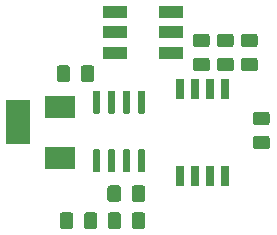
<source format=gbr>
G04 #@! TF.GenerationSoftware,KiCad,Pcbnew,(5.1.5)-3*
G04 #@! TF.CreationDate,2020-12-31T17:50:50-05:00*
G04 #@! TF.ProjectId,Ring Watch V1,52696e67-2057-4617-9463-682056312e6b,rev?*
G04 #@! TF.SameCoordinates,Original*
G04 #@! TF.FileFunction,Paste,Top*
G04 #@! TF.FilePolarity,Positive*
%FSLAX46Y46*%
G04 Gerber Fmt 4.6, Leading zero omitted, Abs format (unit mm)*
G04 Created by KiCad (PCBNEW (5.1.5)-3) date 2020-12-31 17:50:50*
%MOMM*%
%LPD*%
G04 APERTURE LIST*
%ADD10C,0.100000*%
%ADD11R,0.650000X1.700000*%
%ADD12R,2.000000X1.100000*%
%ADD13R,2.600000X1.900000*%
%ADD14R,2.000000X3.800000*%
G04 APERTURE END LIST*
D10*
G36*
X96352505Y-115887204D02*
G01*
X96376773Y-115890804D01*
X96400572Y-115896765D01*
X96423671Y-115905030D01*
X96445850Y-115915520D01*
X96466893Y-115928132D01*
X96486599Y-115942747D01*
X96504777Y-115959223D01*
X96521253Y-115977401D01*
X96535868Y-115997107D01*
X96548480Y-116018150D01*
X96558970Y-116040329D01*
X96567235Y-116063428D01*
X96573196Y-116087227D01*
X96576796Y-116111495D01*
X96578000Y-116135999D01*
X96578000Y-117036001D01*
X96576796Y-117060505D01*
X96573196Y-117084773D01*
X96567235Y-117108572D01*
X96558970Y-117131671D01*
X96548480Y-117153850D01*
X96535868Y-117174893D01*
X96521253Y-117194599D01*
X96504777Y-117212777D01*
X96486599Y-117229253D01*
X96466893Y-117243868D01*
X96445850Y-117256480D01*
X96423671Y-117266970D01*
X96400572Y-117275235D01*
X96376773Y-117281196D01*
X96352505Y-117284796D01*
X96328001Y-117286000D01*
X95677999Y-117286000D01*
X95653495Y-117284796D01*
X95629227Y-117281196D01*
X95605428Y-117275235D01*
X95582329Y-117266970D01*
X95560150Y-117256480D01*
X95539107Y-117243868D01*
X95519401Y-117229253D01*
X95501223Y-117212777D01*
X95484747Y-117194599D01*
X95470132Y-117174893D01*
X95457520Y-117153850D01*
X95447030Y-117131671D01*
X95438765Y-117108572D01*
X95432804Y-117084773D01*
X95429204Y-117060505D01*
X95428000Y-117036001D01*
X95428000Y-116135999D01*
X95429204Y-116111495D01*
X95432804Y-116087227D01*
X95438765Y-116063428D01*
X95447030Y-116040329D01*
X95457520Y-116018150D01*
X95470132Y-115997107D01*
X95484747Y-115977401D01*
X95501223Y-115959223D01*
X95519401Y-115942747D01*
X95539107Y-115928132D01*
X95560150Y-115915520D01*
X95582329Y-115905030D01*
X95605428Y-115896765D01*
X95629227Y-115890804D01*
X95653495Y-115887204D01*
X95677999Y-115886000D01*
X96328001Y-115886000D01*
X96352505Y-115887204D01*
G37*
G36*
X98402505Y-115887204D02*
G01*
X98426773Y-115890804D01*
X98450572Y-115896765D01*
X98473671Y-115905030D01*
X98495850Y-115915520D01*
X98516893Y-115928132D01*
X98536599Y-115942747D01*
X98554777Y-115959223D01*
X98571253Y-115977401D01*
X98585868Y-115997107D01*
X98598480Y-116018150D01*
X98608970Y-116040329D01*
X98617235Y-116063428D01*
X98623196Y-116087227D01*
X98626796Y-116111495D01*
X98628000Y-116135999D01*
X98628000Y-117036001D01*
X98626796Y-117060505D01*
X98623196Y-117084773D01*
X98617235Y-117108572D01*
X98608970Y-117131671D01*
X98598480Y-117153850D01*
X98585868Y-117174893D01*
X98571253Y-117194599D01*
X98554777Y-117212777D01*
X98536599Y-117229253D01*
X98516893Y-117243868D01*
X98495850Y-117256480D01*
X98473671Y-117266970D01*
X98450572Y-117275235D01*
X98426773Y-117281196D01*
X98402505Y-117284796D01*
X98378001Y-117286000D01*
X97727999Y-117286000D01*
X97703495Y-117284796D01*
X97679227Y-117281196D01*
X97655428Y-117275235D01*
X97632329Y-117266970D01*
X97610150Y-117256480D01*
X97589107Y-117243868D01*
X97569401Y-117229253D01*
X97551223Y-117212777D01*
X97534747Y-117194599D01*
X97520132Y-117174893D01*
X97507520Y-117153850D01*
X97497030Y-117131671D01*
X97488765Y-117108572D01*
X97482804Y-117084773D01*
X97479204Y-117060505D01*
X97478000Y-117036001D01*
X97478000Y-116135999D01*
X97479204Y-116111495D01*
X97482804Y-116087227D01*
X97488765Y-116063428D01*
X97497030Y-116040329D01*
X97507520Y-116018150D01*
X97520132Y-115997107D01*
X97534747Y-115977401D01*
X97551223Y-115959223D01*
X97569401Y-115942747D01*
X97589107Y-115928132D01*
X97610150Y-115915520D01*
X97632329Y-115905030D01*
X97655428Y-115896765D01*
X97679227Y-115890804D01*
X97703495Y-115887204D01*
X97727999Y-115886000D01*
X98378001Y-115886000D01*
X98402505Y-115887204D01*
G37*
G36*
X92297505Y-115887204D02*
G01*
X92321773Y-115890804D01*
X92345572Y-115896765D01*
X92368671Y-115905030D01*
X92390850Y-115915520D01*
X92411893Y-115928132D01*
X92431599Y-115942747D01*
X92449777Y-115959223D01*
X92466253Y-115977401D01*
X92480868Y-115997107D01*
X92493480Y-116018150D01*
X92503970Y-116040329D01*
X92512235Y-116063428D01*
X92518196Y-116087227D01*
X92521796Y-116111495D01*
X92523000Y-116135999D01*
X92523000Y-117036001D01*
X92521796Y-117060505D01*
X92518196Y-117084773D01*
X92512235Y-117108572D01*
X92503970Y-117131671D01*
X92493480Y-117153850D01*
X92480868Y-117174893D01*
X92466253Y-117194599D01*
X92449777Y-117212777D01*
X92431599Y-117229253D01*
X92411893Y-117243868D01*
X92390850Y-117256480D01*
X92368671Y-117266970D01*
X92345572Y-117275235D01*
X92321773Y-117281196D01*
X92297505Y-117284796D01*
X92273001Y-117286000D01*
X91622999Y-117286000D01*
X91598495Y-117284796D01*
X91574227Y-117281196D01*
X91550428Y-117275235D01*
X91527329Y-117266970D01*
X91505150Y-117256480D01*
X91484107Y-117243868D01*
X91464401Y-117229253D01*
X91446223Y-117212777D01*
X91429747Y-117194599D01*
X91415132Y-117174893D01*
X91402520Y-117153850D01*
X91392030Y-117131671D01*
X91383765Y-117108572D01*
X91377804Y-117084773D01*
X91374204Y-117060505D01*
X91373000Y-117036001D01*
X91373000Y-116135999D01*
X91374204Y-116111495D01*
X91377804Y-116087227D01*
X91383765Y-116063428D01*
X91392030Y-116040329D01*
X91402520Y-116018150D01*
X91415132Y-115997107D01*
X91429747Y-115977401D01*
X91446223Y-115959223D01*
X91464401Y-115942747D01*
X91484107Y-115928132D01*
X91505150Y-115915520D01*
X91527329Y-115905030D01*
X91550428Y-115896765D01*
X91574227Y-115890804D01*
X91598495Y-115887204D01*
X91622999Y-115886000D01*
X92273001Y-115886000D01*
X92297505Y-115887204D01*
G37*
G36*
X94347505Y-115887204D02*
G01*
X94371773Y-115890804D01*
X94395572Y-115896765D01*
X94418671Y-115905030D01*
X94440850Y-115915520D01*
X94461893Y-115928132D01*
X94481599Y-115942747D01*
X94499777Y-115959223D01*
X94516253Y-115977401D01*
X94530868Y-115997107D01*
X94543480Y-116018150D01*
X94553970Y-116040329D01*
X94562235Y-116063428D01*
X94568196Y-116087227D01*
X94571796Y-116111495D01*
X94573000Y-116135999D01*
X94573000Y-117036001D01*
X94571796Y-117060505D01*
X94568196Y-117084773D01*
X94562235Y-117108572D01*
X94553970Y-117131671D01*
X94543480Y-117153850D01*
X94530868Y-117174893D01*
X94516253Y-117194599D01*
X94499777Y-117212777D01*
X94481599Y-117229253D01*
X94461893Y-117243868D01*
X94440850Y-117256480D01*
X94418671Y-117266970D01*
X94395572Y-117275235D01*
X94371773Y-117281196D01*
X94347505Y-117284796D01*
X94323001Y-117286000D01*
X93672999Y-117286000D01*
X93648495Y-117284796D01*
X93624227Y-117281196D01*
X93600428Y-117275235D01*
X93577329Y-117266970D01*
X93555150Y-117256480D01*
X93534107Y-117243868D01*
X93514401Y-117229253D01*
X93496223Y-117212777D01*
X93479747Y-117194599D01*
X93465132Y-117174893D01*
X93452520Y-117153850D01*
X93442030Y-117131671D01*
X93433765Y-117108572D01*
X93427804Y-117084773D01*
X93424204Y-117060505D01*
X93423000Y-117036001D01*
X93423000Y-116135999D01*
X93424204Y-116111495D01*
X93427804Y-116087227D01*
X93433765Y-116063428D01*
X93442030Y-116040329D01*
X93452520Y-116018150D01*
X93465132Y-115997107D01*
X93479747Y-115977401D01*
X93496223Y-115959223D01*
X93514401Y-115942747D01*
X93534107Y-115928132D01*
X93555150Y-115915520D01*
X93577329Y-115905030D01*
X93600428Y-115896765D01*
X93624227Y-115890804D01*
X93648495Y-115887204D01*
X93672999Y-115886000D01*
X94323001Y-115886000D01*
X94347505Y-115887204D01*
G37*
G36*
X92034505Y-103441204D02*
G01*
X92058773Y-103444804D01*
X92082572Y-103450765D01*
X92105671Y-103459030D01*
X92127850Y-103469520D01*
X92148893Y-103482132D01*
X92168599Y-103496747D01*
X92186777Y-103513223D01*
X92203253Y-103531401D01*
X92217868Y-103551107D01*
X92230480Y-103572150D01*
X92240970Y-103594329D01*
X92249235Y-103617428D01*
X92255196Y-103641227D01*
X92258796Y-103665495D01*
X92260000Y-103689999D01*
X92260000Y-104590001D01*
X92258796Y-104614505D01*
X92255196Y-104638773D01*
X92249235Y-104662572D01*
X92240970Y-104685671D01*
X92230480Y-104707850D01*
X92217868Y-104728893D01*
X92203253Y-104748599D01*
X92186777Y-104766777D01*
X92168599Y-104783253D01*
X92148893Y-104797868D01*
X92127850Y-104810480D01*
X92105671Y-104820970D01*
X92082572Y-104829235D01*
X92058773Y-104835196D01*
X92034505Y-104838796D01*
X92010001Y-104840000D01*
X91359999Y-104840000D01*
X91335495Y-104838796D01*
X91311227Y-104835196D01*
X91287428Y-104829235D01*
X91264329Y-104820970D01*
X91242150Y-104810480D01*
X91221107Y-104797868D01*
X91201401Y-104783253D01*
X91183223Y-104766777D01*
X91166747Y-104748599D01*
X91152132Y-104728893D01*
X91139520Y-104707850D01*
X91129030Y-104685671D01*
X91120765Y-104662572D01*
X91114804Y-104638773D01*
X91111204Y-104614505D01*
X91110000Y-104590001D01*
X91110000Y-103689999D01*
X91111204Y-103665495D01*
X91114804Y-103641227D01*
X91120765Y-103617428D01*
X91129030Y-103594329D01*
X91139520Y-103572150D01*
X91152132Y-103551107D01*
X91166747Y-103531401D01*
X91183223Y-103513223D01*
X91201401Y-103496747D01*
X91221107Y-103482132D01*
X91242150Y-103469520D01*
X91264329Y-103459030D01*
X91287428Y-103450765D01*
X91311227Y-103444804D01*
X91335495Y-103441204D01*
X91359999Y-103440000D01*
X92010001Y-103440000D01*
X92034505Y-103441204D01*
G37*
G36*
X94084505Y-103441204D02*
G01*
X94108773Y-103444804D01*
X94132572Y-103450765D01*
X94155671Y-103459030D01*
X94177850Y-103469520D01*
X94198893Y-103482132D01*
X94218599Y-103496747D01*
X94236777Y-103513223D01*
X94253253Y-103531401D01*
X94267868Y-103551107D01*
X94280480Y-103572150D01*
X94290970Y-103594329D01*
X94299235Y-103617428D01*
X94305196Y-103641227D01*
X94308796Y-103665495D01*
X94310000Y-103689999D01*
X94310000Y-104590001D01*
X94308796Y-104614505D01*
X94305196Y-104638773D01*
X94299235Y-104662572D01*
X94290970Y-104685671D01*
X94280480Y-104707850D01*
X94267868Y-104728893D01*
X94253253Y-104748599D01*
X94236777Y-104766777D01*
X94218599Y-104783253D01*
X94198893Y-104797868D01*
X94177850Y-104810480D01*
X94155671Y-104820970D01*
X94132572Y-104829235D01*
X94108773Y-104835196D01*
X94084505Y-104838796D01*
X94060001Y-104840000D01*
X93409999Y-104840000D01*
X93385495Y-104838796D01*
X93361227Y-104835196D01*
X93337428Y-104829235D01*
X93314329Y-104820970D01*
X93292150Y-104810480D01*
X93271107Y-104797868D01*
X93251401Y-104783253D01*
X93233223Y-104766777D01*
X93216747Y-104748599D01*
X93202132Y-104728893D01*
X93189520Y-104707850D01*
X93179030Y-104685671D01*
X93170765Y-104662572D01*
X93164804Y-104638773D01*
X93161204Y-104614505D01*
X93160000Y-104590001D01*
X93160000Y-103689999D01*
X93161204Y-103665495D01*
X93164804Y-103641227D01*
X93170765Y-103617428D01*
X93179030Y-103594329D01*
X93189520Y-103572150D01*
X93202132Y-103551107D01*
X93216747Y-103531401D01*
X93233223Y-103513223D01*
X93251401Y-103496747D01*
X93271107Y-103482132D01*
X93292150Y-103469520D01*
X93314329Y-103459030D01*
X93337428Y-103450765D01*
X93361227Y-103444804D01*
X93385495Y-103441204D01*
X93409999Y-103440000D01*
X94060001Y-103440000D01*
X94084505Y-103441204D01*
G37*
G36*
X94652703Y-110531722D02*
G01*
X94667264Y-110533882D01*
X94681543Y-110537459D01*
X94695403Y-110542418D01*
X94708710Y-110548712D01*
X94721336Y-110556280D01*
X94733159Y-110565048D01*
X94744066Y-110574934D01*
X94753952Y-110585841D01*
X94762720Y-110597664D01*
X94770288Y-110610290D01*
X94776582Y-110623597D01*
X94781541Y-110637457D01*
X94785118Y-110651736D01*
X94787278Y-110666297D01*
X94788000Y-110681000D01*
X94788000Y-112331000D01*
X94787278Y-112345703D01*
X94785118Y-112360264D01*
X94781541Y-112374543D01*
X94776582Y-112388403D01*
X94770288Y-112401710D01*
X94762720Y-112414336D01*
X94753952Y-112426159D01*
X94744066Y-112437066D01*
X94733159Y-112446952D01*
X94721336Y-112455720D01*
X94708710Y-112463288D01*
X94695403Y-112469582D01*
X94681543Y-112474541D01*
X94667264Y-112478118D01*
X94652703Y-112480278D01*
X94638000Y-112481000D01*
X94338000Y-112481000D01*
X94323297Y-112480278D01*
X94308736Y-112478118D01*
X94294457Y-112474541D01*
X94280597Y-112469582D01*
X94267290Y-112463288D01*
X94254664Y-112455720D01*
X94242841Y-112446952D01*
X94231934Y-112437066D01*
X94222048Y-112426159D01*
X94213280Y-112414336D01*
X94205712Y-112401710D01*
X94199418Y-112388403D01*
X94194459Y-112374543D01*
X94190882Y-112360264D01*
X94188722Y-112345703D01*
X94188000Y-112331000D01*
X94188000Y-110681000D01*
X94188722Y-110666297D01*
X94190882Y-110651736D01*
X94194459Y-110637457D01*
X94199418Y-110623597D01*
X94205712Y-110610290D01*
X94213280Y-110597664D01*
X94222048Y-110585841D01*
X94231934Y-110574934D01*
X94242841Y-110565048D01*
X94254664Y-110556280D01*
X94267290Y-110548712D01*
X94280597Y-110542418D01*
X94294457Y-110537459D01*
X94308736Y-110533882D01*
X94323297Y-110531722D01*
X94338000Y-110531000D01*
X94638000Y-110531000D01*
X94652703Y-110531722D01*
G37*
G36*
X95922703Y-110531722D02*
G01*
X95937264Y-110533882D01*
X95951543Y-110537459D01*
X95965403Y-110542418D01*
X95978710Y-110548712D01*
X95991336Y-110556280D01*
X96003159Y-110565048D01*
X96014066Y-110574934D01*
X96023952Y-110585841D01*
X96032720Y-110597664D01*
X96040288Y-110610290D01*
X96046582Y-110623597D01*
X96051541Y-110637457D01*
X96055118Y-110651736D01*
X96057278Y-110666297D01*
X96058000Y-110681000D01*
X96058000Y-112331000D01*
X96057278Y-112345703D01*
X96055118Y-112360264D01*
X96051541Y-112374543D01*
X96046582Y-112388403D01*
X96040288Y-112401710D01*
X96032720Y-112414336D01*
X96023952Y-112426159D01*
X96014066Y-112437066D01*
X96003159Y-112446952D01*
X95991336Y-112455720D01*
X95978710Y-112463288D01*
X95965403Y-112469582D01*
X95951543Y-112474541D01*
X95937264Y-112478118D01*
X95922703Y-112480278D01*
X95908000Y-112481000D01*
X95608000Y-112481000D01*
X95593297Y-112480278D01*
X95578736Y-112478118D01*
X95564457Y-112474541D01*
X95550597Y-112469582D01*
X95537290Y-112463288D01*
X95524664Y-112455720D01*
X95512841Y-112446952D01*
X95501934Y-112437066D01*
X95492048Y-112426159D01*
X95483280Y-112414336D01*
X95475712Y-112401710D01*
X95469418Y-112388403D01*
X95464459Y-112374543D01*
X95460882Y-112360264D01*
X95458722Y-112345703D01*
X95458000Y-112331000D01*
X95458000Y-110681000D01*
X95458722Y-110666297D01*
X95460882Y-110651736D01*
X95464459Y-110637457D01*
X95469418Y-110623597D01*
X95475712Y-110610290D01*
X95483280Y-110597664D01*
X95492048Y-110585841D01*
X95501934Y-110574934D01*
X95512841Y-110565048D01*
X95524664Y-110556280D01*
X95537290Y-110548712D01*
X95550597Y-110542418D01*
X95564457Y-110537459D01*
X95578736Y-110533882D01*
X95593297Y-110531722D01*
X95608000Y-110531000D01*
X95908000Y-110531000D01*
X95922703Y-110531722D01*
G37*
G36*
X97192703Y-110531722D02*
G01*
X97207264Y-110533882D01*
X97221543Y-110537459D01*
X97235403Y-110542418D01*
X97248710Y-110548712D01*
X97261336Y-110556280D01*
X97273159Y-110565048D01*
X97284066Y-110574934D01*
X97293952Y-110585841D01*
X97302720Y-110597664D01*
X97310288Y-110610290D01*
X97316582Y-110623597D01*
X97321541Y-110637457D01*
X97325118Y-110651736D01*
X97327278Y-110666297D01*
X97328000Y-110681000D01*
X97328000Y-112331000D01*
X97327278Y-112345703D01*
X97325118Y-112360264D01*
X97321541Y-112374543D01*
X97316582Y-112388403D01*
X97310288Y-112401710D01*
X97302720Y-112414336D01*
X97293952Y-112426159D01*
X97284066Y-112437066D01*
X97273159Y-112446952D01*
X97261336Y-112455720D01*
X97248710Y-112463288D01*
X97235403Y-112469582D01*
X97221543Y-112474541D01*
X97207264Y-112478118D01*
X97192703Y-112480278D01*
X97178000Y-112481000D01*
X96878000Y-112481000D01*
X96863297Y-112480278D01*
X96848736Y-112478118D01*
X96834457Y-112474541D01*
X96820597Y-112469582D01*
X96807290Y-112463288D01*
X96794664Y-112455720D01*
X96782841Y-112446952D01*
X96771934Y-112437066D01*
X96762048Y-112426159D01*
X96753280Y-112414336D01*
X96745712Y-112401710D01*
X96739418Y-112388403D01*
X96734459Y-112374543D01*
X96730882Y-112360264D01*
X96728722Y-112345703D01*
X96728000Y-112331000D01*
X96728000Y-110681000D01*
X96728722Y-110666297D01*
X96730882Y-110651736D01*
X96734459Y-110637457D01*
X96739418Y-110623597D01*
X96745712Y-110610290D01*
X96753280Y-110597664D01*
X96762048Y-110585841D01*
X96771934Y-110574934D01*
X96782841Y-110565048D01*
X96794664Y-110556280D01*
X96807290Y-110548712D01*
X96820597Y-110542418D01*
X96834457Y-110537459D01*
X96848736Y-110533882D01*
X96863297Y-110531722D01*
X96878000Y-110531000D01*
X97178000Y-110531000D01*
X97192703Y-110531722D01*
G37*
G36*
X98462703Y-110531722D02*
G01*
X98477264Y-110533882D01*
X98491543Y-110537459D01*
X98505403Y-110542418D01*
X98518710Y-110548712D01*
X98531336Y-110556280D01*
X98543159Y-110565048D01*
X98554066Y-110574934D01*
X98563952Y-110585841D01*
X98572720Y-110597664D01*
X98580288Y-110610290D01*
X98586582Y-110623597D01*
X98591541Y-110637457D01*
X98595118Y-110651736D01*
X98597278Y-110666297D01*
X98598000Y-110681000D01*
X98598000Y-112331000D01*
X98597278Y-112345703D01*
X98595118Y-112360264D01*
X98591541Y-112374543D01*
X98586582Y-112388403D01*
X98580288Y-112401710D01*
X98572720Y-112414336D01*
X98563952Y-112426159D01*
X98554066Y-112437066D01*
X98543159Y-112446952D01*
X98531336Y-112455720D01*
X98518710Y-112463288D01*
X98505403Y-112469582D01*
X98491543Y-112474541D01*
X98477264Y-112478118D01*
X98462703Y-112480278D01*
X98448000Y-112481000D01*
X98148000Y-112481000D01*
X98133297Y-112480278D01*
X98118736Y-112478118D01*
X98104457Y-112474541D01*
X98090597Y-112469582D01*
X98077290Y-112463288D01*
X98064664Y-112455720D01*
X98052841Y-112446952D01*
X98041934Y-112437066D01*
X98032048Y-112426159D01*
X98023280Y-112414336D01*
X98015712Y-112401710D01*
X98009418Y-112388403D01*
X98004459Y-112374543D01*
X98000882Y-112360264D01*
X97998722Y-112345703D01*
X97998000Y-112331000D01*
X97998000Y-110681000D01*
X97998722Y-110666297D01*
X98000882Y-110651736D01*
X98004459Y-110637457D01*
X98009418Y-110623597D01*
X98015712Y-110610290D01*
X98023280Y-110597664D01*
X98032048Y-110585841D01*
X98041934Y-110574934D01*
X98052841Y-110565048D01*
X98064664Y-110556280D01*
X98077290Y-110548712D01*
X98090597Y-110542418D01*
X98104457Y-110537459D01*
X98118736Y-110533882D01*
X98133297Y-110531722D01*
X98148000Y-110531000D01*
X98448000Y-110531000D01*
X98462703Y-110531722D01*
G37*
G36*
X98462703Y-105581722D02*
G01*
X98477264Y-105583882D01*
X98491543Y-105587459D01*
X98505403Y-105592418D01*
X98518710Y-105598712D01*
X98531336Y-105606280D01*
X98543159Y-105615048D01*
X98554066Y-105624934D01*
X98563952Y-105635841D01*
X98572720Y-105647664D01*
X98580288Y-105660290D01*
X98586582Y-105673597D01*
X98591541Y-105687457D01*
X98595118Y-105701736D01*
X98597278Y-105716297D01*
X98598000Y-105731000D01*
X98598000Y-107381000D01*
X98597278Y-107395703D01*
X98595118Y-107410264D01*
X98591541Y-107424543D01*
X98586582Y-107438403D01*
X98580288Y-107451710D01*
X98572720Y-107464336D01*
X98563952Y-107476159D01*
X98554066Y-107487066D01*
X98543159Y-107496952D01*
X98531336Y-107505720D01*
X98518710Y-107513288D01*
X98505403Y-107519582D01*
X98491543Y-107524541D01*
X98477264Y-107528118D01*
X98462703Y-107530278D01*
X98448000Y-107531000D01*
X98148000Y-107531000D01*
X98133297Y-107530278D01*
X98118736Y-107528118D01*
X98104457Y-107524541D01*
X98090597Y-107519582D01*
X98077290Y-107513288D01*
X98064664Y-107505720D01*
X98052841Y-107496952D01*
X98041934Y-107487066D01*
X98032048Y-107476159D01*
X98023280Y-107464336D01*
X98015712Y-107451710D01*
X98009418Y-107438403D01*
X98004459Y-107424543D01*
X98000882Y-107410264D01*
X97998722Y-107395703D01*
X97998000Y-107381000D01*
X97998000Y-105731000D01*
X97998722Y-105716297D01*
X98000882Y-105701736D01*
X98004459Y-105687457D01*
X98009418Y-105673597D01*
X98015712Y-105660290D01*
X98023280Y-105647664D01*
X98032048Y-105635841D01*
X98041934Y-105624934D01*
X98052841Y-105615048D01*
X98064664Y-105606280D01*
X98077290Y-105598712D01*
X98090597Y-105592418D01*
X98104457Y-105587459D01*
X98118736Y-105583882D01*
X98133297Y-105581722D01*
X98148000Y-105581000D01*
X98448000Y-105581000D01*
X98462703Y-105581722D01*
G37*
G36*
X97192703Y-105581722D02*
G01*
X97207264Y-105583882D01*
X97221543Y-105587459D01*
X97235403Y-105592418D01*
X97248710Y-105598712D01*
X97261336Y-105606280D01*
X97273159Y-105615048D01*
X97284066Y-105624934D01*
X97293952Y-105635841D01*
X97302720Y-105647664D01*
X97310288Y-105660290D01*
X97316582Y-105673597D01*
X97321541Y-105687457D01*
X97325118Y-105701736D01*
X97327278Y-105716297D01*
X97328000Y-105731000D01*
X97328000Y-107381000D01*
X97327278Y-107395703D01*
X97325118Y-107410264D01*
X97321541Y-107424543D01*
X97316582Y-107438403D01*
X97310288Y-107451710D01*
X97302720Y-107464336D01*
X97293952Y-107476159D01*
X97284066Y-107487066D01*
X97273159Y-107496952D01*
X97261336Y-107505720D01*
X97248710Y-107513288D01*
X97235403Y-107519582D01*
X97221543Y-107524541D01*
X97207264Y-107528118D01*
X97192703Y-107530278D01*
X97178000Y-107531000D01*
X96878000Y-107531000D01*
X96863297Y-107530278D01*
X96848736Y-107528118D01*
X96834457Y-107524541D01*
X96820597Y-107519582D01*
X96807290Y-107513288D01*
X96794664Y-107505720D01*
X96782841Y-107496952D01*
X96771934Y-107487066D01*
X96762048Y-107476159D01*
X96753280Y-107464336D01*
X96745712Y-107451710D01*
X96739418Y-107438403D01*
X96734459Y-107424543D01*
X96730882Y-107410264D01*
X96728722Y-107395703D01*
X96728000Y-107381000D01*
X96728000Y-105731000D01*
X96728722Y-105716297D01*
X96730882Y-105701736D01*
X96734459Y-105687457D01*
X96739418Y-105673597D01*
X96745712Y-105660290D01*
X96753280Y-105647664D01*
X96762048Y-105635841D01*
X96771934Y-105624934D01*
X96782841Y-105615048D01*
X96794664Y-105606280D01*
X96807290Y-105598712D01*
X96820597Y-105592418D01*
X96834457Y-105587459D01*
X96848736Y-105583882D01*
X96863297Y-105581722D01*
X96878000Y-105581000D01*
X97178000Y-105581000D01*
X97192703Y-105581722D01*
G37*
G36*
X95922703Y-105581722D02*
G01*
X95937264Y-105583882D01*
X95951543Y-105587459D01*
X95965403Y-105592418D01*
X95978710Y-105598712D01*
X95991336Y-105606280D01*
X96003159Y-105615048D01*
X96014066Y-105624934D01*
X96023952Y-105635841D01*
X96032720Y-105647664D01*
X96040288Y-105660290D01*
X96046582Y-105673597D01*
X96051541Y-105687457D01*
X96055118Y-105701736D01*
X96057278Y-105716297D01*
X96058000Y-105731000D01*
X96058000Y-107381000D01*
X96057278Y-107395703D01*
X96055118Y-107410264D01*
X96051541Y-107424543D01*
X96046582Y-107438403D01*
X96040288Y-107451710D01*
X96032720Y-107464336D01*
X96023952Y-107476159D01*
X96014066Y-107487066D01*
X96003159Y-107496952D01*
X95991336Y-107505720D01*
X95978710Y-107513288D01*
X95965403Y-107519582D01*
X95951543Y-107524541D01*
X95937264Y-107528118D01*
X95922703Y-107530278D01*
X95908000Y-107531000D01*
X95608000Y-107531000D01*
X95593297Y-107530278D01*
X95578736Y-107528118D01*
X95564457Y-107524541D01*
X95550597Y-107519582D01*
X95537290Y-107513288D01*
X95524664Y-107505720D01*
X95512841Y-107496952D01*
X95501934Y-107487066D01*
X95492048Y-107476159D01*
X95483280Y-107464336D01*
X95475712Y-107451710D01*
X95469418Y-107438403D01*
X95464459Y-107424543D01*
X95460882Y-107410264D01*
X95458722Y-107395703D01*
X95458000Y-107381000D01*
X95458000Y-105731000D01*
X95458722Y-105716297D01*
X95460882Y-105701736D01*
X95464459Y-105687457D01*
X95469418Y-105673597D01*
X95475712Y-105660290D01*
X95483280Y-105647664D01*
X95492048Y-105635841D01*
X95501934Y-105624934D01*
X95512841Y-105615048D01*
X95524664Y-105606280D01*
X95537290Y-105598712D01*
X95550597Y-105592418D01*
X95564457Y-105587459D01*
X95578736Y-105583882D01*
X95593297Y-105581722D01*
X95608000Y-105581000D01*
X95908000Y-105581000D01*
X95922703Y-105581722D01*
G37*
G36*
X94652703Y-105581722D02*
G01*
X94667264Y-105583882D01*
X94681543Y-105587459D01*
X94695403Y-105592418D01*
X94708710Y-105598712D01*
X94721336Y-105606280D01*
X94733159Y-105615048D01*
X94744066Y-105624934D01*
X94753952Y-105635841D01*
X94762720Y-105647664D01*
X94770288Y-105660290D01*
X94776582Y-105673597D01*
X94781541Y-105687457D01*
X94785118Y-105701736D01*
X94787278Y-105716297D01*
X94788000Y-105731000D01*
X94788000Y-107381000D01*
X94787278Y-107395703D01*
X94785118Y-107410264D01*
X94781541Y-107424543D01*
X94776582Y-107438403D01*
X94770288Y-107451710D01*
X94762720Y-107464336D01*
X94753952Y-107476159D01*
X94744066Y-107487066D01*
X94733159Y-107496952D01*
X94721336Y-107505720D01*
X94708710Y-107513288D01*
X94695403Y-107519582D01*
X94681543Y-107524541D01*
X94667264Y-107528118D01*
X94652703Y-107530278D01*
X94638000Y-107531000D01*
X94338000Y-107531000D01*
X94323297Y-107530278D01*
X94308736Y-107528118D01*
X94294457Y-107524541D01*
X94280597Y-107519582D01*
X94267290Y-107513288D01*
X94254664Y-107505720D01*
X94242841Y-107496952D01*
X94231934Y-107487066D01*
X94222048Y-107476159D01*
X94213280Y-107464336D01*
X94205712Y-107451710D01*
X94199418Y-107438403D01*
X94194459Y-107424543D01*
X94190882Y-107410264D01*
X94188722Y-107395703D01*
X94188000Y-107381000D01*
X94188000Y-105731000D01*
X94188722Y-105716297D01*
X94190882Y-105701736D01*
X94194459Y-105687457D01*
X94199418Y-105673597D01*
X94205712Y-105660290D01*
X94213280Y-105647664D01*
X94222048Y-105635841D01*
X94231934Y-105624934D01*
X94242841Y-105615048D01*
X94254664Y-105606280D01*
X94267290Y-105598712D01*
X94280597Y-105592418D01*
X94294457Y-105587459D01*
X94308736Y-105583882D01*
X94323297Y-105581722D01*
X94338000Y-105581000D01*
X94638000Y-105581000D01*
X94652703Y-105581722D01*
G37*
G36*
X98393505Y-113601204D02*
G01*
X98417773Y-113604804D01*
X98441572Y-113610765D01*
X98464671Y-113619030D01*
X98486850Y-113629520D01*
X98507893Y-113642132D01*
X98527599Y-113656747D01*
X98545777Y-113673223D01*
X98562253Y-113691401D01*
X98576868Y-113711107D01*
X98589480Y-113732150D01*
X98599970Y-113754329D01*
X98608235Y-113777428D01*
X98614196Y-113801227D01*
X98617796Y-113825495D01*
X98619000Y-113849999D01*
X98619000Y-114750001D01*
X98617796Y-114774505D01*
X98614196Y-114798773D01*
X98608235Y-114822572D01*
X98599970Y-114845671D01*
X98589480Y-114867850D01*
X98576868Y-114888893D01*
X98562253Y-114908599D01*
X98545777Y-114926777D01*
X98527599Y-114943253D01*
X98507893Y-114957868D01*
X98486850Y-114970480D01*
X98464671Y-114980970D01*
X98441572Y-114989235D01*
X98417773Y-114995196D01*
X98393505Y-114998796D01*
X98369001Y-115000000D01*
X97718999Y-115000000D01*
X97694495Y-114998796D01*
X97670227Y-114995196D01*
X97646428Y-114989235D01*
X97623329Y-114980970D01*
X97601150Y-114970480D01*
X97580107Y-114957868D01*
X97560401Y-114943253D01*
X97542223Y-114926777D01*
X97525747Y-114908599D01*
X97511132Y-114888893D01*
X97498520Y-114867850D01*
X97488030Y-114845671D01*
X97479765Y-114822572D01*
X97473804Y-114798773D01*
X97470204Y-114774505D01*
X97469000Y-114750001D01*
X97469000Y-113849999D01*
X97470204Y-113825495D01*
X97473804Y-113801227D01*
X97479765Y-113777428D01*
X97488030Y-113754329D01*
X97498520Y-113732150D01*
X97511132Y-113711107D01*
X97525747Y-113691401D01*
X97542223Y-113673223D01*
X97560401Y-113656747D01*
X97580107Y-113642132D01*
X97601150Y-113629520D01*
X97623329Y-113619030D01*
X97646428Y-113610765D01*
X97670227Y-113604804D01*
X97694495Y-113601204D01*
X97718999Y-113600000D01*
X98369001Y-113600000D01*
X98393505Y-113601204D01*
G37*
G36*
X96343505Y-113601204D02*
G01*
X96367773Y-113604804D01*
X96391572Y-113610765D01*
X96414671Y-113619030D01*
X96436850Y-113629520D01*
X96457893Y-113642132D01*
X96477599Y-113656747D01*
X96495777Y-113673223D01*
X96512253Y-113691401D01*
X96526868Y-113711107D01*
X96539480Y-113732150D01*
X96549970Y-113754329D01*
X96558235Y-113777428D01*
X96564196Y-113801227D01*
X96567796Y-113825495D01*
X96569000Y-113849999D01*
X96569000Y-114750001D01*
X96567796Y-114774505D01*
X96564196Y-114798773D01*
X96558235Y-114822572D01*
X96549970Y-114845671D01*
X96539480Y-114867850D01*
X96526868Y-114888893D01*
X96512253Y-114908599D01*
X96495777Y-114926777D01*
X96477599Y-114943253D01*
X96457893Y-114957868D01*
X96436850Y-114970480D01*
X96414671Y-114980970D01*
X96391572Y-114989235D01*
X96367773Y-114995196D01*
X96343505Y-114998796D01*
X96319001Y-115000000D01*
X95668999Y-115000000D01*
X95644495Y-114998796D01*
X95620227Y-114995196D01*
X95596428Y-114989235D01*
X95573329Y-114980970D01*
X95551150Y-114970480D01*
X95530107Y-114957868D01*
X95510401Y-114943253D01*
X95492223Y-114926777D01*
X95475747Y-114908599D01*
X95461132Y-114888893D01*
X95448520Y-114867850D01*
X95438030Y-114845671D01*
X95429765Y-114822572D01*
X95423804Y-114798773D01*
X95420204Y-114774505D01*
X95419000Y-114750001D01*
X95419000Y-113849999D01*
X95420204Y-113825495D01*
X95423804Y-113801227D01*
X95429765Y-113777428D01*
X95438030Y-113754329D01*
X95448520Y-113732150D01*
X95461132Y-113711107D01*
X95475747Y-113691401D01*
X95492223Y-113673223D01*
X95510401Y-113656747D01*
X95530107Y-113642132D01*
X95551150Y-113629520D01*
X95573329Y-113619030D01*
X95596428Y-113610765D01*
X95620227Y-113604804D01*
X95644495Y-113601204D01*
X95668999Y-113600000D01*
X96319001Y-113600000D01*
X96343505Y-113601204D01*
G37*
D11*
X105410000Y-105476000D03*
X104140000Y-105476000D03*
X102870000Y-105476000D03*
X101600000Y-105476000D03*
X101600000Y-112776000D03*
X102870000Y-112776000D03*
X104140000Y-112776000D03*
X105410000Y-112776000D03*
D12*
X96038000Y-98962000D03*
X96038000Y-100662000D03*
X96038000Y-102362000D03*
X100838000Y-102362000D03*
X100838000Y-100662000D03*
X100838000Y-98962000D03*
D10*
G36*
X108932505Y-107358204D02*
G01*
X108956773Y-107361804D01*
X108980572Y-107367765D01*
X109003671Y-107376030D01*
X109025850Y-107386520D01*
X109046893Y-107399132D01*
X109066599Y-107413747D01*
X109084777Y-107430223D01*
X109101253Y-107448401D01*
X109115868Y-107468107D01*
X109128480Y-107489150D01*
X109138970Y-107511329D01*
X109147235Y-107534428D01*
X109153196Y-107558227D01*
X109156796Y-107582495D01*
X109158000Y-107606999D01*
X109158000Y-108257001D01*
X109156796Y-108281505D01*
X109153196Y-108305773D01*
X109147235Y-108329572D01*
X109138970Y-108352671D01*
X109128480Y-108374850D01*
X109115868Y-108395893D01*
X109101253Y-108415599D01*
X109084777Y-108433777D01*
X109066599Y-108450253D01*
X109046893Y-108464868D01*
X109025850Y-108477480D01*
X109003671Y-108487970D01*
X108980572Y-108496235D01*
X108956773Y-108502196D01*
X108932505Y-108505796D01*
X108908001Y-108507000D01*
X108007999Y-108507000D01*
X107983495Y-108505796D01*
X107959227Y-108502196D01*
X107935428Y-108496235D01*
X107912329Y-108487970D01*
X107890150Y-108477480D01*
X107869107Y-108464868D01*
X107849401Y-108450253D01*
X107831223Y-108433777D01*
X107814747Y-108415599D01*
X107800132Y-108395893D01*
X107787520Y-108374850D01*
X107777030Y-108352671D01*
X107768765Y-108329572D01*
X107762804Y-108305773D01*
X107759204Y-108281505D01*
X107758000Y-108257001D01*
X107758000Y-107606999D01*
X107759204Y-107582495D01*
X107762804Y-107558227D01*
X107768765Y-107534428D01*
X107777030Y-107511329D01*
X107787520Y-107489150D01*
X107800132Y-107468107D01*
X107814747Y-107448401D01*
X107831223Y-107430223D01*
X107849401Y-107413747D01*
X107869107Y-107399132D01*
X107890150Y-107386520D01*
X107912329Y-107376030D01*
X107935428Y-107367765D01*
X107959227Y-107361804D01*
X107983495Y-107358204D01*
X108007999Y-107357000D01*
X108908001Y-107357000D01*
X108932505Y-107358204D01*
G37*
G36*
X108932505Y-109408204D02*
G01*
X108956773Y-109411804D01*
X108980572Y-109417765D01*
X109003671Y-109426030D01*
X109025850Y-109436520D01*
X109046893Y-109449132D01*
X109066599Y-109463747D01*
X109084777Y-109480223D01*
X109101253Y-109498401D01*
X109115868Y-109518107D01*
X109128480Y-109539150D01*
X109138970Y-109561329D01*
X109147235Y-109584428D01*
X109153196Y-109608227D01*
X109156796Y-109632495D01*
X109158000Y-109656999D01*
X109158000Y-110307001D01*
X109156796Y-110331505D01*
X109153196Y-110355773D01*
X109147235Y-110379572D01*
X109138970Y-110402671D01*
X109128480Y-110424850D01*
X109115868Y-110445893D01*
X109101253Y-110465599D01*
X109084777Y-110483777D01*
X109066599Y-110500253D01*
X109046893Y-110514868D01*
X109025850Y-110527480D01*
X109003671Y-110537970D01*
X108980572Y-110546235D01*
X108956773Y-110552196D01*
X108932505Y-110555796D01*
X108908001Y-110557000D01*
X108007999Y-110557000D01*
X107983495Y-110555796D01*
X107959227Y-110552196D01*
X107935428Y-110546235D01*
X107912329Y-110537970D01*
X107890150Y-110527480D01*
X107869107Y-110514868D01*
X107849401Y-110500253D01*
X107831223Y-110483777D01*
X107814747Y-110465599D01*
X107800132Y-110445893D01*
X107787520Y-110424850D01*
X107777030Y-110402671D01*
X107768765Y-110379572D01*
X107762804Y-110355773D01*
X107759204Y-110331505D01*
X107758000Y-110307001D01*
X107758000Y-109656999D01*
X107759204Y-109632495D01*
X107762804Y-109608227D01*
X107768765Y-109584428D01*
X107777030Y-109561329D01*
X107787520Y-109539150D01*
X107800132Y-109518107D01*
X107814747Y-109498401D01*
X107831223Y-109480223D01*
X107849401Y-109463747D01*
X107869107Y-109449132D01*
X107890150Y-109436520D01*
X107912329Y-109426030D01*
X107935428Y-109417765D01*
X107959227Y-109411804D01*
X107983495Y-109408204D01*
X108007999Y-109407000D01*
X108908001Y-109407000D01*
X108932505Y-109408204D01*
G37*
G36*
X103852505Y-100754204D02*
G01*
X103876773Y-100757804D01*
X103900572Y-100763765D01*
X103923671Y-100772030D01*
X103945850Y-100782520D01*
X103966893Y-100795132D01*
X103986599Y-100809747D01*
X104004777Y-100826223D01*
X104021253Y-100844401D01*
X104035868Y-100864107D01*
X104048480Y-100885150D01*
X104058970Y-100907329D01*
X104067235Y-100930428D01*
X104073196Y-100954227D01*
X104076796Y-100978495D01*
X104078000Y-101002999D01*
X104078000Y-101653001D01*
X104076796Y-101677505D01*
X104073196Y-101701773D01*
X104067235Y-101725572D01*
X104058970Y-101748671D01*
X104048480Y-101770850D01*
X104035868Y-101791893D01*
X104021253Y-101811599D01*
X104004777Y-101829777D01*
X103986599Y-101846253D01*
X103966893Y-101860868D01*
X103945850Y-101873480D01*
X103923671Y-101883970D01*
X103900572Y-101892235D01*
X103876773Y-101898196D01*
X103852505Y-101901796D01*
X103828001Y-101903000D01*
X102927999Y-101903000D01*
X102903495Y-101901796D01*
X102879227Y-101898196D01*
X102855428Y-101892235D01*
X102832329Y-101883970D01*
X102810150Y-101873480D01*
X102789107Y-101860868D01*
X102769401Y-101846253D01*
X102751223Y-101829777D01*
X102734747Y-101811599D01*
X102720132Y-101791893D01*
X102707520Y-101770850D01*
X102697030Y-101748671D01*
X102688765Y-101725572D01*
X102682804Y-101701773D01*
X102679204Y-101677505D01*
X102678000Y-101653001D01*
X102678000Y-101002999D01*
X102679204Y-100978495D01*
X102682804Y-100954227D01*
X102688765Y-100930428D01*
X102697030Y-100907329D01*
X102707520Y-100885150D01*
X102720132Y-100864107D01*
X102734747Y-100844401D01*
X102751223Y-100826223D01*
X102769401Y-100809747D01*
X102789107Y-100795132D01*
X102810150Y-100782520D01*
X102832329Y-100772030D01*
X102855428Y-100763765D01*
X102879227Y-100757804D01*
X102903495Y-100754204D01*
X102927999Y-100753000D01*
X103828001Y-100753000D01*
X103852505Y-100754204D01*
G37*
G36*
X103852505Y-102804204D02*
G01*
X103876773Y-102807804D01*
X103900572Y-102813765D01*
X103923671Y-102822030D01*
X103945850Y-102832520D01*
X103966893Y-102845132D01*
X103986599Y-102859747D01*
X104004777Y-102876223D01*
X104021253Y-102894401D01*
X104035868Y-102914107D01*
X104048480Y-102935150D01*
X104058970Y-102957329D01*
X104067235Y-102980428D01*
X104073196Y-103004227D01*
X104076796Y-103028495D01*
X104078000Y-103052999D01*
X104078000Y-103703001D01*
X104076796Y-103727505D01*
X104073196Y-103751773D01*
X104067235Y-103775572D01*
X104058970Y-103798671D01*
X104048480Y-103820850D01*
X104035868Y-103841893D01*
X104021253Y-103861599D01*
X104004777Y-103879777D01*
X103986599Y-103896253D01*
X103966893Y-103910868D01*
X103945850Y-103923480D01*
X103923671Y-103933970D01*
X103900572Y-103942235D01*
X103876773Y-103948196D01*
X103852505Y-103951796D01*
X103828001Y-103953000D01*
X102927999Y-103953000D01*
X102903495Y-103951796D01*
X102879227Y-103948196D01*
X102855428Y-103942235D01*
X102832329Y-103933970D01*
X102810150Y-103923480D01*
X102789107Y-103910868D01*
X102769401Y-103896253D01*
X102751223Y-103879777D01*
X102734747Y-103861599D01*
X102720132Y-103841893D01*
X102707520Y-103820850D01*
X102697030Y-103798671D01*
X102688765Y-103775572D01*
X102682804Y-103751773D01*
X102679204Y-103727505D01*
X102678000Y-103703001D01*
X102678000Y-103052999D01*
X102679204Y-103028495D01*
X102682804Y-103004227D01*
X102688765Y-102980428D01*
X102697030Y-102957329D01*
X102707520Y-102935150D01*
X102720132Y-102914107D01*
X102734747Y-102894401D01*
X102751223Y-102876223D01*
X102769401Y-102859747D01*
X102789107Y-102845132D01*
X102810150Y-102832520D01*
X102832329Y-102822030D01*
X102855428Y-102813765D01*
X102879227Y-102807804D01*
X102903495Y-102804204D01*
X102927999Y-102803000D01*
X103828001Y-102803000D01*
X103852505Y-102804204D01*
G37*
G36*
X105884505Y-102804204D02*
G01*
X105908773Y-102807804D01*
X105932572Y-102813765D01*
X105955671Y-102822030D01*
X105977850Y-102832520D01*
X105998893Y-102845132D01*
X106018599Y-102859747D01*
X106036777Y-102876223D01*
X106053253Y-102894401D01*
X106067868Y-102914107D01*
X106080480Y-102935150D01*
X106090970Y-102957329D01*
X106099235Y-102980428D01*
X106105196Y-103004227D01*
X106108796Y-103028495D01*
X106110000Y-103052999D01*
X106110000Y-103703001D01*
X106108796Y-103727505D01*
X106105196Y-103751773D01*
X106099235Y-103775572D01*
X106090970Y-103798671D01*
X106080480Y-103820850D01*
X106067868Y-103841893D01*
X106053253Y-103861599D01*
X106036777Y-103879777D01*
X106018599Y-103896253D01*
X105998893Y-103910868D01*
X105977850Y-103923480D01*
X105955671Y-103933970D01*
X105932572Y-103942235D01*
X105908773Y-103948196D01*
X105884505Y-103951796D01*
X105860001Y-103953000D01*
X104959999Y-103953000D01*
X104935495Y-103951796D01*
X104911227Y-103948196D01*
X104887428Y-103942235D01*
X104864329Y-103933970D01*
X104842150Y-103923480D01*
X104821107Y-103910868D01*
X104801401Y-103896253D01*
X104783223Y-103879777D01*
X104766747Y-103861599D01*
X104752132Y-103841893D01*
X104739520Y-103820850D01*
X104729030Y-103798671D01*
X104720765Y-103775572D01*
X104714804Y-103751773D01*
X104711204Y-103727505D01*
X104710000Y-103703001D01*
X104710000Y-103052999D01*
X104711204Y-103028495D01*
X104714804Y-103004227D01*
X104720765Y-102980428D01*
X104729030Y-102957329D01*
X104739520Y-102935150D01*
X104752132Y-102914107D01*
X104766747Y-102894401D01*
X104783223Y-102876223D01*
X104801401Y-102859747D01*
X104821107Y-102845132D01*
X104842150Y-102832520D01*
X104864329Y-102822030D01*
X104887428Y-102813765D01*
X104911227Y-102807804D01*
X104935495Y-102804204D01*
X104959999Y-102803000D01*
X105860001Y-102803000D01*
X105884505Y-102804204D01*
G37*
G36*
X105884505Y-100754204D02*
G01*
X105908773Y-100757804D01*
X105932572Y-100763765D01*
X105955671Y-100772030D01*
X105977850Y-100782520D01*
X105998893Y-100795132D01*
X106018599Y-100809747D01*
X106036777Y-100826223D01*
X106053253Y-100844401D01*
X106067868Y-100864107D01*
X106080480Y-100885150D01*
X106090970Y-100907329D01*
X106099235Y-100930428D01*
X106105196Y-100954227D01*
X106108796Y-100978495D01*
X106110000Y-101002999D01*
X106110000Y-101653001D01*
X106108796Y-101677505D01*
X106105196Y-101701773D01*
X106099235Y-101725572D01*
X106090970Y-101748671D01*
X106080480Y-101770850D01*
X106067868Y-101791893D01*
X106053253Y-101811599D01*
X106036777Y-101829777D01*
X106018599Y-101846253D01*
X105998893Y-101860868D01*
X105977850Y-101873480D01*
X105955671Y-101883970D01*
X105932572Y-101892235D01*
X105908773Y-101898196D01*
X105884505Y-101901796D01*
X105860001Y-101903000D01*
X104959999Y-101903000D01*
X104935495Y-101901796D01*
X104911227Y-101898196D01*
X104887428Y-101892235D01*
X104864329Y-101883970D01*
X104842150Y-101873480D01*
X104821107Y-101860868D01*
X104801401Y-101846253D01*
X104783223Y-101829777D01*
X104766747Y-101811599D01*
X104752132Y-101791893D01*
X104739520Y-101770850D01*
X104729030Y-101748671D01*
X104720765Y-101725572D01*
X104714804Y-101701773D01*
X104711204Y-101677505D01*
X104710000Y-101653001D01*
X104710000Y-101002999D01*
X104711204Y-100978495D01*
X104714804Y-100954227D01*
X104720765Y-100930428D01*
X104729030Y-100907329D01*
X104739520Y-100885150D01*
X104752132Y-100864107D01*
X104766747Y-100844401D01*
X104783223Y-100826223D01*
X104801401Y-100809747D01*
X104821107Y-100795132D01*
X104842150Y-100782520D01*
X104864329Y-100772030D01*
X104887428Y-100763765D01*
X104911227Y-100757804D01*
X104935495Y-100754204D01*
X104959999Y-100753000D01*
X105860001Y-100753000D01*
X105884505Y-100754204D01*
G37*
G36*
X107916505Y-102804204D02*
G01*
X107940773Y-102807804D01*
X107964572Y-102813765D01*
X107987671Y-102822030D01*
X108009850Y-102832520D01*
X108030893Y-102845132D01*
X108050599Y-102859747D01*
X108068777Y-102876223D01*
X108085253Y-102894401D01*
X108099868Y-102914107D01*
X108112480Y-102935150D01*
X108122970Y-102957329D01*
X108131235Y-102980428D01*
X108137196Y-103004227D01*
X108140796Y-103028495D01*
X108142000Y-103052999D01*
X108142000Y-103703001D01*
X108140796Y-103727505D01*
X108137196Y-103751773D01*
X108131235Y-103775572D01*
X108122970Y-103798671D01*
X108112480Y-103820850D01*
X108099868Y-103841893D01*
X108085253Y-103861599D01*
X108068777Y-103879777D01*
X108050599Y-103896253D01*
X108030893Y-103910868D01*
X108009850Y-103923480D01*
X107987671Y-103933970D01*
X107964572Y-103942235D01*
X107940773Y-103948196D01*
X107916505Y-103951796D01*
X107892001Y-103953000D01*
X106991999Y-103953000D01*
X106967495Y-103951796D01*
X106943227Y-103948196D01*
X106919428Y-103942235D01*
X106896329Y-103933970D01*
X106874150Y-103923480D01*
X106853107Y-103910868D01*
X106833401Y-103896253D01*
X106815223Y-103879777D01*
X106798747Y-103861599D01*
X106784132Y-103841893D01*
X106771520Y-103820850D01*
X106761030Y-103798671D01*
X106752765Y-103775572D01*
X106746804Y-103751773D01*
X106743204Y-103727505D01*
X106742000Y-103703001D01*
X106742000Y-103052999D01*
X106743204Y-103028495D01*
X106746804Y-103004227D01*
X106752765Y-102980428D01*
X106761030Y-102957329D01*
X106771520Y-102935150D01*
X106784132Y-102914107D01*
X106798747Y-102894401D01*
X106815223Y-102876223D01*
X106833401Y-102859747D01*
X106853107Y-102845132D01*
X106874150Y-102832520D01*
X106896329Y-102822030D01*
X106919428Y-102813765D01*
X106943227Y-102807804D01*
X106967495Y-102804204D01*
X106991999Y-102803000D01*
X107892001Y-102803000D01*
X107916505Y-102804204D01*
G37*
G36*
X107916505Y-100754204D02*
G01*
X107940773Y-100757804D01*
X107964572Y-100763765D01*
X107987671Y-100772030D01*
X108009850Y-100782520D01*
X108030893Y-100795132D01*
X108050599Y-100809747D01*
X108068777Y-100826223D01*
X108085253Y-100844401D01*
X108099868Y-100864107D01*
X108112480Y-100885150D01*
X108122970Y-100907329D01*
X108131235Y-100930428D01*
X108137196Y-100954227D01*
X108140796Y-100978495D01*
X108142000Y-101002999D01*
X108142000Y-101653001D01*
X108140796Y-101677505D01*
X108137196Y-101701773D01*
X108131235Y-101725572D01*
X108122970Y-101748671D01*
X108112480Y-101770850D01*
X108099868Y-101791893D01*
X108085253Y-101811599D01*
X108068777Y-101829777D01*
X108050599Y-101846253D01*
X108030893Y-101860868D01*
X108009850Y-101873480D01*
X107987671Y-101883970D01*
X107964572Y-101892235D01*
X107940773Y-101898196D01*
X107916505Y-101901796D01*
X107892001Y-101903000D01*
X106991999Y-101903000D01*
X106967495Y-101901796D01*
X106943227Y-101898196D01*
X106919428Y-101892235D01*
X106896329Y-101883970D01*
X106874150Y-101873480D01*
X106853107Y-101860868D01*
X106833401Y-101846253D01*
X106815223Y-101829777D01*
X106798747Y-101811599D01*
X106784132Y-101791893D01*
X106771520Y-101770850D01*
X106761030Y-101748671D01*
X106752765Y-101725572D01*
X106746804Y-101701773D01*
X106743204Y-101677505D01*
X106742000Y-101653001D01*
X106742000Y-101002999D01*
X106743204Y-100978495D01*
X106746804Y-100954227D01*
X106752765Y-100930428D01*
X106761030Y-100907329D01*
X106771520Y-100885150D01*
X106784132Y-100864107D01*
X106798747Y-100844401D01*
X106815223Y-100826223D01*
X106833401Y-100809747D01*
X106853107Y-100795132D01*
X106874150Y-100782520D01*
X106896329Y-100772030D01*
X106919428Y-100763765D01*
X106943227Y-100757804D01*
X106967495Y-100754204D01*
X106991999Y-100753000D01*
X107892001Y-100753000D01*
X107916505Y-100754204D01*
G37*
D13*
X91440000Y-111252000D03*
X91440000Y-106952000D03*
D14*
X87884000Y-108204000D03*
M02*

</source>
